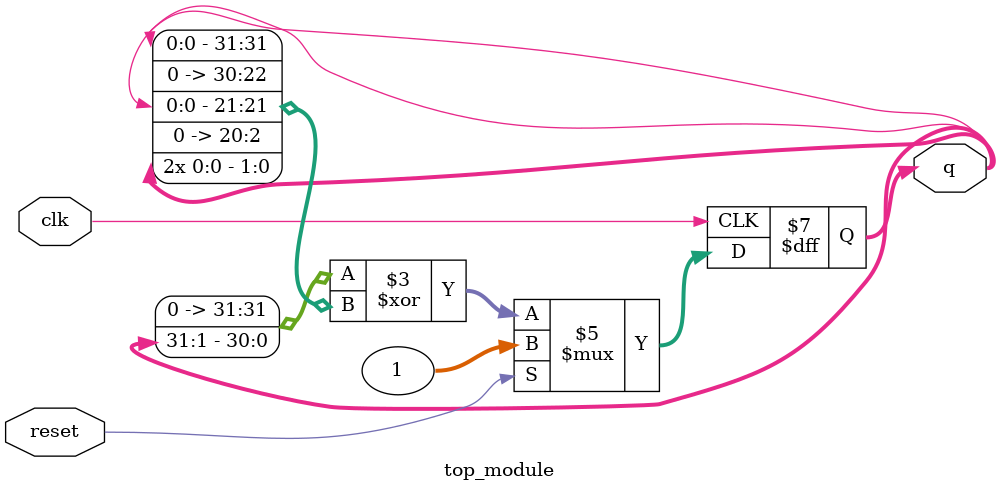
<source format=v>

module top_module(
    input clk,
    input reset,    // Active-high synchronous reset to 32'h1
    output [31:0] q
);
    localparam INITQ = 32'h1;

    always @(posedge clk)
        if(reset)
            q <= INITQ;
        else
            // tap =          32                22                 2     1
            //                31                21                 1     0
            q <= (q >> 1) ^ {q[0], {9{1'b0}},  q[0], {19{1'b0}}, q[0], q[0]};
endmodule

</source>
